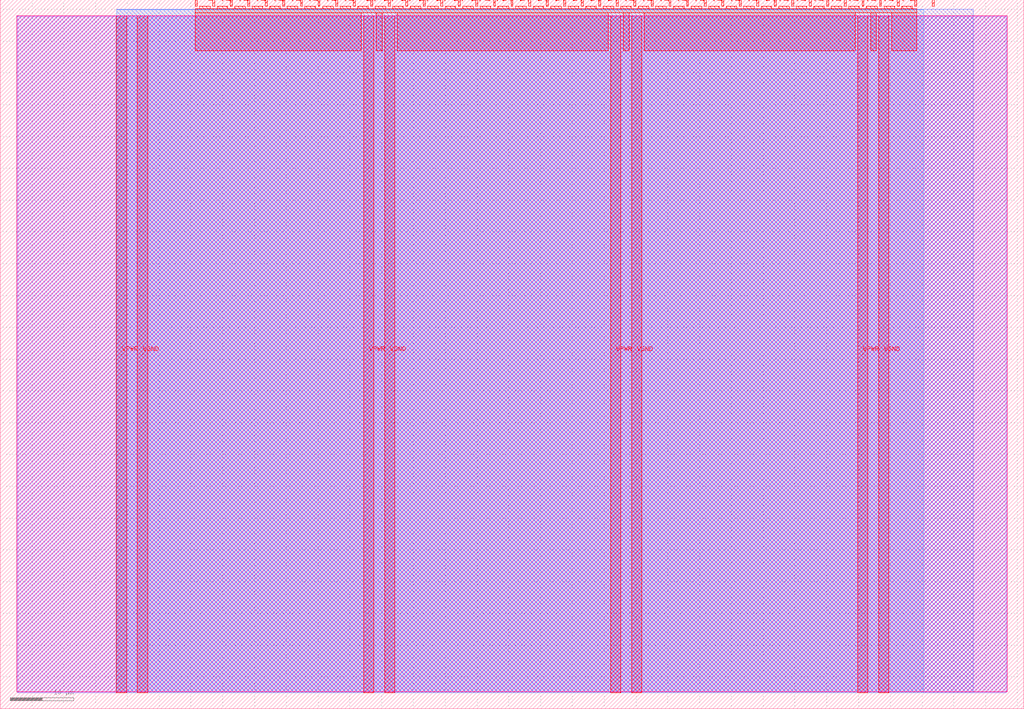
<source format=lef>
VERSION 5.7 ;
  NOWIREEXTENSIONATPIN ON ;
  DIVIDERCHAR "/" ;
  BUSBITCHARS "[]" ;
MACRO tt_um_wokwi_441332205920443393
  CLASS BLOCK ;
  FOREIGN tt_um_wokwi_441332205920443393 ;
  ORIGIN 0.000 0.000 ;
  SIZE 161.000 BY 111.520 ;
  PIN VGND
    DIRECTION INOUT ;
    USE GROUND ;
    PORT
      LAYER met4 ;
        RECT 21.580 2.480 23.180 109.040 ;
    END
    PORT
      LAYER met4 ;
        RECT 60.450 2.480 62.050 109.040 ;
    END
    PORT
      LAYER met4 ;
        RECT 99.320 2.480 100.920 109.040 ;
    END
    PORT
      LAYER met4 ;
        RECT 138.190 2.480 139.790 109.040 ;
    END
  END VGND
  PIN VPWR
    DIRECTION INOUT ;
    USE POWER ;
    PORT
      LAYER met4 ;
        RECT 18.280 2.480 19.880 109.040 ;
    END
    PORT
      LAYER met4 ;
        RECT 57.150 2.480 58.750 109.040 ;
    END
    PORT
      LAYER met4 ;
        RECT 96.020 2.480 97.620 109.040 ;
    END
    PORT
      LAYER met4 ;
        RECT 134.890 2.480 136.490 109.040 ;
    END
  END VPWR
  PIN clk
    DIRECTION INPUT ;
    USE SIGNAL ;
    ANTENNAGATEAREA 0.852000 ;
    PORT
      LAYER met4 ;
        RECT 143.830 110.520 144.130 111.520 ;
    END
  END clk
  PIN ena
    DIRECTION INPUT ;
    USE SIGNAL ;
    PORT
      LAYER met4 ;
        RECT 146.590 110.520 146.890 111.520 ;
    END
  END ena
  PIN rst_n
    DIRECTION INPUT ;
    USE SIGNAL ;
    ANTENNAGATEAREA 0.159000 ;
    PORT
      LAYER met4 ;
        RECT 141.070 110.520 141.370 111.520 ;
    END
  END rst_n
  PIN ui_in[0]
    DIRECTION INPUT ;
    USE SIGNAL ;
    PORT
      LAYER met4 ;
        RECT 138.310 110.520 138.610 111.520 ;
    END
  END ui_in[0]
  PIN ui_in[1]
    DIRECTION INPUT ;
    USE SIGNAL ;
    PORT
      LAYER met4 ;
        RECT 135.550 110.520 135.850 111.520 ;
    END
  END ui_in[1]
  PIN ui_in[2]
    DIRECTION INPUT ;
    USE SIGNAL ;
    PORT
      LAYER met4 ;
        RECT 132.790 110.520 133.090 111.520 ;
    END
  END ui_in[2]
  PIN ui_in[3]
    DIRECTION INPUT ;
    USE SIGNAL ;
    PORT
      LAYER met4 ;
        RECT 130.030 110.520 130.330 111.520 ;
    END
  END ui_in[3]
  PIN ui_in[4]
    DIRECTION INPUT ;
    USE SIGNAL ;
    PORT
      LAYER met4 ;
        RECT 127.270 110.520 127.570 111.520 ;
    END
  END ui_in[4]
  PIN ui_in[5]
    DIRECTION INPUT ;
    USE SIGNAL ;
    PORT
      LAYER met4 ;
        RECT 124.510 110.520 124.810 111.520 ;
    END
  END ui_in[5]
  PIN ui_in[6]
    DIRECTION INPUT ;
    USE SIGNAL ;
    PORT
      LAYER met4 ;
        RECT 121.750 110.520 122.050 111.520 ;
    END
  END ui_in[6]
  PIN ui_in[7]
    DIRECTION INPUT ;
    USE SIGNAL ;
    PORT
      LAYER met4 ;
        RECT 118.990 110.520 119.290 111.520 ;
    END
  END ui_in[7]
  PIN uio_in[0]
    DIRECTION INPUT ;
    USE SIGNAL ;
    PORT
      LAYER met4 ;
        RECT 116.230 110.520 116.530 111.520 ;
    END
  END uio_in[0]
  PIN uio_in[1]
    DIRECTION INPUT ;
    USE SIGNAL ;
    PORT
      LAYER met4 ;
        RECT 113.470 110.520 113.770 111.520 ;
    END
  END uio_in[1]
  PIN uio_in[2]
    DIRECTION INPUT ;
    USE SIGNAL ;
    PORT
      LAYER met4 ;
        RECT 110.710 110.520 111.010 111.520 ;
    END
  END uio_in[2]
  PIN uio_in[3]
    DIRECTION INPUT ;
    USE SIGNAL ;
    PORT
      LAYER met4 ;
        RECT 107.950 110.520 108.250 111.520 ;
    END
  END uio_in[3]
  PIN uio_in[4]
    DIRECTION INPUT ;
    USE SIGNAL ;
    PORT
      LAYER met4 ;
        RECT 105.190 110.520 105.490 111.520 ;
    END
  END uio_in[4]
  PIN uio_in[5]
    DIRECTION INPUT ;
    USE SIGNAL ;
    PORT
      LAYER met4 ;
        RECT 102.430 110.520 102.730 111.520 ;
    END
  END uio_in[5]
  PIN uio_in[6]
    DIRECTION INPUT ;
    USE SIGNAL ;
    PORT
      LAYER met4 ;
        RECT 99.670 110.520 99.970 111.520 ;
    END
  END uio_in[6]
  PIN uio_in[7]
    DIRECTION INPUT ;
    USE SIGNAL ;
    PORT
      LAYER met4 ;
        RECT 96.910 110.520 97.210 111.520 ;
    END
  END uio_in[7]
  PIN uio_oe[0]
    DIRECTION OUTPUT ;
    USE SIGNAL ;
    PORT
      LAYER met4 ;
        RECT 49.990 110.520 50.290 111.520 ;
    END
  END uio_oe[0]
  PIN uio_oe[1]
    DIRECTION OUTPUT ;
    USE SIGNAL ;
    PORT
      LAYER met4 ;
        RECT 47.230 110.520 47.530 111.520 ;
    END
  END uio_oe[1]
  PIN uio_oe[2]
    DIRECTION OUTPUT ;
    USE SIGNAL ;
    PORT
      LAYER met4 ;
        RECT 44.470 110.520 44.770 111.520 ;
    END
  END uio_oe[2]
  PIN uio_oe[3]
    DIRECTION OUTPUT ;
    USE SIGNAL ;
    PORT
      LAYER met4 ;
        RECT 41.710 110.520 42.010 111.520 ;
    END
  END uio_oe[3]
  PIN uio_oe[4]
    DIRECTION OUTPUT ;
    USE SIGNAL ;
    PORT
      LAYER met4 ;
        RECT 38.950 110.520 39.250 111.520 ;
    END
  END uio_oe[4]
  PIN uio_oe[5]
    DIRECTION OUTPUT ;
    USE SIGNAL ;
    PORT
      LAYER met4 ;
        RECT 36.190 110.520 36.490 111.520 ;
    END
  END uio_oe[5]
  PIN uio_oe[6]
    DIRECTION OUTPUT ;
    USE SIGNAL ;
    PORT
      LAYER met4 ;
        RECT 33.430 110.520 33.730 111.520 ;
    END
  END uio_oe[6]
  PIN uio_oe[7]
    DIRECTION OUTPUT ;
    USE SIGNAL ;
    PORT
      LAYER met4 ;
        RECT 30.670 110.520 30.970 111.520 ;
    END
  END uio_oe[7]
  PIN uio_out[0]
    DIRECTION OUTPUT ;
    USE SIGNAL ;
    PORT
      LAYER met4 ;
        RECT 72.070 110.520 72.370 111.520 ;
    END
  END uio_out[0]
  PIN uio_out[1]
    DIRECTION OUTPUT ;
    USE SIGNAL ;
    PORT
      LAYER met4 ;
        RECT 69.310 110.520 69.610 111.520 ;
    END
  END uio_out[1]
  PIN uio_out[2]
    DIRECTION OUTPUT ;
    USE SIGNAL ;
    PORT
      LAYER met4 ;
        RECT 66.550 110.520 66.850 111.520 ;
    END
  END uio_out[2]
  PIN uio_out[3]
    DIRECTION OUTPUT ;
    USE SIGNAL ;
    PORT
      LAYER met4 ;
        RECT 63.790 110.520 64.090 111.520 ;
    END
  END uio_out[3]
  PIN uio_out[4]
    DIRECTION OUTPUT ;
    USE SIGNAL ;
    PORT
      LAYER met4 ;
        RECT 61.030 110.520 61.330 111.520 ;
    END
  END uio_out[4]
  PIN uio_out[5]
    DIRECTION OUTPUT ;
    USE SIGNAL ;
    PORT
      LAYER met4 ;
        RECT 58.270 110.520 58.570 111.520 ;
    END
  END uio_out[5]
  PIN uio_out[6]
    DIRECTION OUTPUT ;
    USE SIGNAL ;
    PORT
      LAYER met4 ;
        RECT 55.510 110.520 55.810 111.520 ;
    END
  END uio_out[6]
  PIN uio_out[7]
    DIRECTION OUTPUT ;
    USE SIGNAL ;
    PORT
      LAYER met4 ;
        RECT 52.750 110.520 53.050 111.520 ;
    END
  END uio_out[7]
  PIN uo_out[0]
    DIRECTION OUTPUT ;
    USE SIGNAL ;
    ANTENNADIFFAREA 0.445500 ;
    PORT
      LAYER met4 ;
        RECT 94.150 110.520 94.450 111.520 ;
    END
  END uo_out[0]
  PIN uo_out[1]
    DIRECTION OUTPUT ;
    USE SIGNAL ;
    ANTENNADIFFAREA 0.445500 ;
    PORT
      LAYER met4 ;
        RECT 91.390 110.520 91.690 111.520 ;
    END
  END uo_out[1]
  PIN uo_out[2]
    DIRECTION OUTPUT ;
    USE SIGNAL ;
    ANTENNADIFFAREA 0.445500 ;
    PORT
      LAYER met4 ;
        RECT 88.630 110.520 88.930 111.520 ;
    END
  END uo_out[2]
  PIN uo_out[3]
    DIRECTION OUTPUT ;
    USE SIGNAL ;
    ANTENNADIFFAREA 0.445500 ;
    PORT
      LAYER met4 ;
        RECT 85.870 110.520 86.170 111.520 ;
    END
  END uo_out[3]
  PIN uo_out[4]
    DIRECTION OUTPUT ;
    USE SIGNAL ;
    ANTENNADIFFAREA 0.445500 ;
    PORT
      LAYER met4 ;
        RECT 83.110 110.520 83.410 111.520 ;
    END
  END uo_out[4]
  PIN uo_out[5]
    DIRECTION OUTPUT ;
    USE SIGNAL ;
    ANTENNADIFFAREA 0.445500 ;
    PORT
      LAYER met4 ;
        RECT 80.350 110.520 80.650 111.520 ;
    END
  END uo_out[5]
  PIN uo_out[6]
    DIRECTION OUTPUT ;
    USE SIGNAL ;
    ANTENNADIFFAREA 0.445500 ;
    PORT
      LAYER met4 ;
        RECT 77.590 110.520 77.890 111.520 ;
    END
  END uo_out[6]
  PIN uo_out[7]
    DIRECTION OUTPUT ;
    USE SIGNAL ;
    ANTENNADIFFAREA 0.445500 ;
    PORT
      LAYER met4 ;
        RECT 74.830 110.520 75.130 111.520 ;
    END
  END uo_out[7]
  OBS
      LAYER nwell ;
        RECT 2.570 2.635 158.430 108.990 ;
      LAYER li1 ;
        RECT 2.760 2.635 158.240 108.885 ;
      LAYER met1 ;
        RECT 2.760 2.480 158.240 109.040 ;
      LAYER met2 ;
        RECT 18.310 2.535 153.080 110.005 ;
      LAYER met3 ;
        RECT 18.290 2.555 145.295 109.985 ;
      LAYER met4 ;
        RECT 31.370 110.120 33.030 110.520 ;
        RECT 34.130 110.120 35.790 110.520 ;
        RECT 36.890 110.120 38.550 110.520 ;
        RECT 39.650 110.120 41.310 110.520 ;
        RECT 42.410 110.120 44.070 110.520 ;
        RECT 45.170 110.120 46.830 110.520 ;
        RECT 47.930 110.120 49.590 110.520 ;
        RECT 50.690 110.120 52.350 110.520 ;
        RECT 53.450 110.120 55.110 110.520 ;
        RECT 56.210 110.120 57.870 110.520 ;
        RECT 58.970 110.120 60.630 110.520 ;
        RECT 61.730 110.120 63.390 110.520 ;
        RECT 64.490 110.120 66.150 110.520 ;
        RECT 67.250 110.120 68.910 110.520 ;
        RECT 70.010 110.120 71.670 110.520 ;
        RECT 72.770 110.120 74.430 110.520 ;
        RECT 75.530 110.120 77.190 110.520 ;
        RECT 78.290 110.120 79.950 110.520 ;
        RECT 81.050 110.120 82.710 110.520 ;
        RECT 83.810 110.120 85.470 110.520 ;
        RECT 86.570 110.120 88.230 110.520 ;
        RECT 89.330 110.120 90.990 110.520 ;
        RECT 92.090 110.120 93.750 110.520 ;
        RECT 94.850 110.120 96.510 110.520 ;
        RECT 97.610 110.120 99.270 110.520 ;
        RECT 100.370 110.120 102.030 110.520 ;
        RECT 103.130 110.120 104.790 110.520 ;
        RECT 105.890 110.120 107.550 110.520 ;
        RECT 108.650 110.120 110.310 110.520 ;
        RECT 111.410 110.120 113.070 110.520 ;
        RECT 114.170 110.120 115.830 110.520 ;
        RECT 116.930 110.120 118.590 110.520 ;
        RECT 119.690 110.120 121.350 110.520 ;
        RECT 122.450 110.120 124.110 110.520 ;
        RECT 125.210 110.120 126.870 110.520 ;
        RECT 127.970 110.120 129.630 110.520 ;
        RECT 130.730 110.120 132.390 110.520 ;
        RECT 133.490 110.120 135.150 110.520 ;
        RECT 136.250 110.120 137.910 110.520 ;
        RECT 139.010 110.120 140.670 110.520 ;
        RECT 141.770 110.120 143.430 110.520 ;
        RECT 30.655 109.440 144.145 110.120 ;
        RECT 30.655 103.535 56.750 109.440 ;
        RECT 59.150 103.535 60.050 109.440 ;
        RECT 62.450 103.535 95.620 109.440 ;
        RECT 98.020 103.535 98.920 109.440 ;
        RECT 101.320 103.535 134.490 109.440 ;
        RECT 136.890 103.535 137.790 109.440 ;
        RECT 140.190 103.535 144.145 109.440 ;
  END
END tt_um_wokwi_441332205920443393
END LIBRARY


</source>
